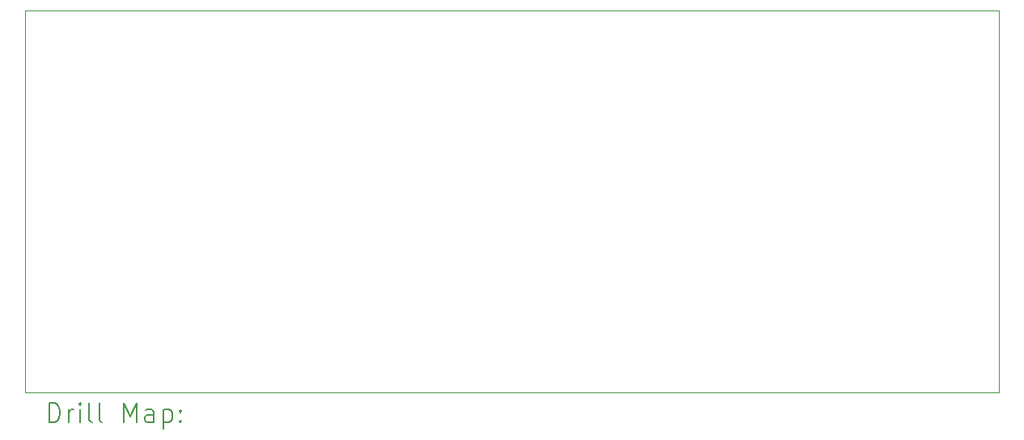
<source format=gbr>
%TF.GenerationSoftware,KiCad,Pcbnew,8.0.1*%
%TF.CreationDate,2024-04-10T03:36:57-04:00*%
%TF.ProjectId,ieee_pcb_workshop,69656565-5f70-4636-925f-776f726b7368,rev?*%
%TF.SameCoordinates,Original*%
%TF.FileFunction,Drillmap*%
%TF.FilePolarity,Positive*%
%FSLAX45Y45*%
G04 Gerber Fmt 4.5, Leading zero omitted, Abs format (unit mm)*
G04 Created by KiCad (PCBNEW 8.0.1) date 2024-04-10 03:36:57*
%MOMM*%
%LPD*%
G01*
G04 APERTURE LIST*
%ADD10C,0.100000*%
%ADD11C,0.200000*%
G04 APERTURE END LIST*
D10*
X4800600Y-12529200D02*
X15000600Y-12529200D01*
X15000600Y-16529200D01*
X4800600Y-16529200D01*
X4800600Y-12529200D01*
D11*
X5056377Y-16845684D02*
X5056377Y-16645684D01*
X5056377Y-16645684D02*
X5103996Y-16645684D01*
X5103996Y-16645684D02*
X5132567Y-16655208D01*
X5132567Y-16655208D02*
X5151615Y-16674255D01*
X5151615Y-16674255D02*
X5161139Y-16693303D01*
X5161139Y-16693303D02*
X5170663Y-16731398D01*
X5170663Y-16731398D02*
X5170663Y-16759969D01*
X5170663Y-16759969D02*
X5161139Y-16798065D01*
X5161139Y-16798065D02*
X5151615Y-16817112D01*
X5151615Y-16817112D02*
X5132567Y-16836160D01*
X5132567Y-16836160D02*
X5103996Y-16845684D01*
X5103996Y-16845684D02*
X5056377Y-16845684D01*
X5256377Y-16845684D02*
X5256377Y-16712350D01*
X5256377Y-16750446D02*
X5265901Y-16731398D01*
X5265901Y-16731398D02*
X5275424Y-16721874D01*
X5275424Y-16721874D02*
X5294472Y-16712350D01*
X5294472Y-16712350D02*
X5313520Y-16712350D01*
X5380186Y-16845684D02*
X5380186Y-16712350D01*
X5380186Y-16645684D02*
X5370663Y-16655208D01*
X5370663Y-16655208D02*
X5380186Y-16664731D01*
X5380186Y-16664731D02*
X5389710Y-16655208D01*
X5389710Y-16655208D02*
X5380186Y-16645684D01*
X5380186Y-16645684D02*
X5380186Y-16664731D01*
X5503996Y-16845684D02*
X5484948Y-16836160D01*
X5484948Y-16836160D02*
X5475424Y-16817112D01*
X5475424Y-16817112D02*
X5475424Y-16645684D01*
X5608758Y-16845684D02*
X5589710Y-16836160D01*
X5589710Y-16836160D02*
X5580186Y-16817112D01*
X5580186Y-16817112D02*
X5580186Y-16645684D01*
X5837329Y-16845684D02*
X5837329Y-16645684D01*
X5837329Y-16645684D02*
X5903996Y-16788541D01*
X5903996Y-16788541D02*
X5970662Y-16645684D01*
X5970662Y-16645684D02*
X5970662Y-16845684D01*
X6151615Y-16845684D02*
X6151615Y-16740922D01*
X6151615Y-16740922D02*
X6142091Y-16721874D01*
X6142091Y-16721874D02*
X6123043Y-16712350D01*
X6123043Y-16712350D02*
X6084948Y-16712350D01*
X6084948Y-16712350D02*
X6065901Y-16721874D01*
X6151615Y-16836160D02*
X6132567Y-16845684D01*
X6132567Y-16845684D02*
X6084948Y-16845684D01*
X6084948Y-16845684D02*
X6065901Y-16836160D01*
X6065901Y-16836160D02*
X6056377Y-16817112D01*
X6056377Y-16817112D02*
X6056377Y-16798065D01*
X6056377Y-16798065D02*
X6065901Y-16779017D01*
X6065901Y-16779017D02*
X6084948Y-16769493D01*
X6084948Y-16769493D02*
X6132567Y-16769493D01*
X6132567Y-16769493D02*
X6151615Y-16759969D01*
X6246853Y-16712350D02*
X6246853Y-16912350D01*
X6246853Y-16721874D02*
X6265901Y-16712350D01*
X6265901Y-16712350D02*
X6303996Y-16712350D01*
X6303996Y-16712350D02*
X6323043Y-16721874D01*
X6323043Y-16721874D02*
X6332567Y-16731398D01*
X6332567Y-16731398D02*
X6342091Y-16750446D01*
X6342091Y-16750446D02*
X6342091Y-16807589D01*
X6342091Y-16807589D02*
X6332567Y-16826636D01*
X6332567Y-16826636D02*
X6323043Y-16836160D01*
X6323043Y-16836160D02*
X6303996Y-16845684D01*
X6303996Y-16845684D02*
X6265901Y-16845684D01*
X6265901Y-16845684D02*
X6246853Y-16836160D01*
X6427805Y-16826636D02*
X6437329Y-16836160D01*
X6437329Y-16836160D02*
X6427805Y-16845684D01*
X6427805Y-16845684D02*
X6418282Y-16836160D01*
X6418282Y-16836160D02*
X6427805Y-16826636D01*
X6427805Y-16826636D02*
X6427805Y-16845684D01*
X6427805Y-16721874D02*
X6437329Y-16731398D01*
X6437329Y-16731398D02*
X6427805Y-16740922D01*
X6427805Y-16740922D02*
X6418282Y-16731398D01*
X6418282Y-16731398D02*
X6427805Y-16721874D01*
X6427805Y-16721874D02*
X6427805Y-16740922D01*
M02*

</source>
